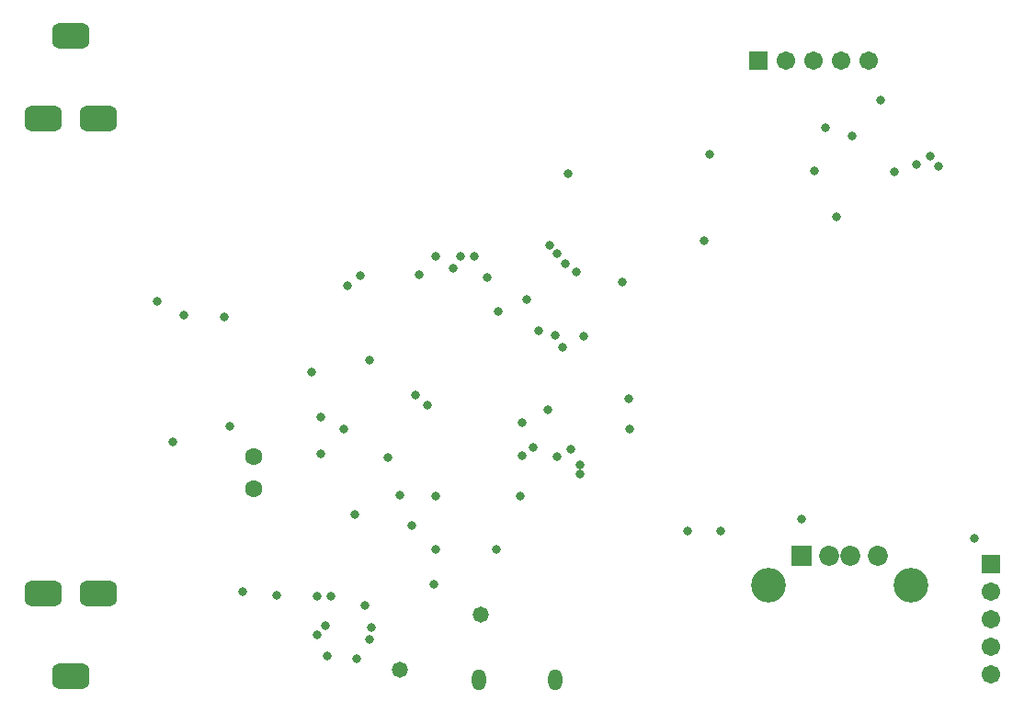
<source format=gbs>
G04*
G04 #@! TF.GenerationSoftware,Altium Limited,Altium Designer,20.0.13 (296)*
G04*
G04 Layer_Color=16711935*
%FSLAX25Y25*%
%MOIN*%
G70*
G01*
G75*
%ADD22C,0.06706*%
%ADD62R,0.06706X0.06706*%
%ADD63R,0.06706X0.06706*%
G04:AMPARAMS|DCode=64|XSize=94.49mil|YSize=133.86mil|CornerRadius=27.56mil|HoleSize=0mil|Usage=FLASHONLY|Rotation=90.000|XOffset=0mil|YOffset=0mil|HoleType=Round|Shape=RoundedRectangle|*
%AMROUNDEDRECTD64*
21,1,0.09449,0.07874,0,0,90.0*
21,1,0.03937,0.13386,0,0,90.0*
1,1,0.05512,0.03937,0.01968*
1,1,0.05512,0.03937,-0.01968*
1,1,0.05512,-0.03937,-0.01968*
1,1,0.05512,-0.03937,0.01968*
%
%ADD64ROUNDEDRECTD64*%
%ADD65R,0.07284X0.07284*%
%ADD66C,0.07284*%
%ADD67C,0.12598*%
%ADD68C,0.06299*%
%ADD69O,0.05118X0.07677*%
%ADD70C,0.03162*%
%ADD71C,0.05800*%
D22*
X454724Y138189D02*
D03*
Y128189D02*
D03*
Y118189D02*
D03*
Y108189D02*
D03*
X380354Y330906D02*
D03*
X390354D02*
D03*
X400354D02*
D03*
X410354D02*
D03*
D62*
X454724Y148189D02*
D03*
D63*
X370354Y330906D02*
D03*
D64*
X121299Y107598D02*
D03*
X111299Y137598D02*
D03*
X131299D02*
D03*
Y309882D02*
D03*
X111299D02*
D03*
X121299Y339882D02*
D03*
D65*
X386221Y151157D02*
D03*
D66*
X396063D02*
D03*
X403937D02*
D03*
X413779D02*
D03*
D67*
X374134Y140488D02*
D03*
X425866D02*
D03*
D68*
X187402Y187205D02*
D03*
Y175394D02*
D03*
D69*
X269202Y106102D02*
D03*
X296761D02*
D03*
D70*
X210630Y136614D02*
D03*
X275590Y153543D02*
D03*
X323819Y197244D02*
D03*
X323622Y208071D02*
D03*
X296654Y231102D02*
D03*
X290896Y232726D02*
D03*
X276181Y239961D02*
D03*
X299410Y226772D02*
D03*
X247441Y253150D02*
D03*
X226181Y252953D02*
D03*
X297441Y260630D02*
D03*
X259842Y255315D02*
D03*
X300590Y257283D02*
D03*
X272047Y251969D02*
D03*
X195866Y136811D02*
D03*
X386024Y164567D02*
D03*
X390748Y290748D02*
D03*
X398819Y274213D02*
D03*
X220276Y197244D02*
D03*
X288976Y190551D02*
D03*
X211811Y201378D02*
D03*
X284646Y187402D02*
D03*
X302559Y189961D02*
D03*
X297441Y187205D02*
D03*
X356890Y160039D02*
D03*
X344882D02*
D03*
X414764Y316535D02*
D03*
X432677Y296063D02*
D03*
X284055Y172835D02*
D03*
X394882Y306496D02*
D03*
X253346Y153543D02*
D03*
X252756Y140748D02*
D03*
X229528Y222047D02*
D03*
X427756Y293110D02*
D03*
X448819Y157480D02*
D03*
X419685Y290354D02*
D03*
X404331Y303346D02*
D03*
X211811Y187992D02*
D03*
X158071Y192323D02*
D03*
X176969Y237795D02*
D03*
X178740Y198031D02*
D03*
X221457Y249213D02*
D03*
X301378Y289961D02*
D03*
X350787Y265551D02*
D03*
X304331Y254134D02*
D03*
X294882Y263779D02*
D03*
X286417Y244094D02*
D03*
X321063Y250394D02*
D03*
X305906Y184252D02*
D03*
Y180905D02*
D03*
X267323Y259646D02*
D03*
X262598Y259842D02*
D03*
X253543Y259646D02*
D03*
X352756Y296850D02*
D03*
X152362Y243504D02*
D03*
X236024Y186811D02*
D03*
X162008Y238583D02*
D03*
X284842Y199606D02*
D03*
X293996Y204035D02*
D03*
X307087Y230906D02*
D03*
X253543Y172835D02*
D03*
X250590Y205906D02*
D03*
X246063Y209449D02*
D03*
X208465Y217717D02*
D03*
X183465Y138189D02*
D03*
X240551Y173228D02*
D03*
X224016Y166142D02*
D03*
X215354Y136614D02*
D03*
X227953Y133268D02*
D03*
X244685Y162205D02*
D03*
X213386Y125787D02*
D03*
X210630Y122441D02*
D03*
X230118Y125000D02*
D03*
X229577Y120866D02*
D03*
X214173Y114764D02*
D03*
X224803Y113779D02*
D03*
X435827Y292520D02*
D03*
D71*
X269685Y129724D02*
D03*
X240354Y109843D02*
D03*
M02*

</source>
